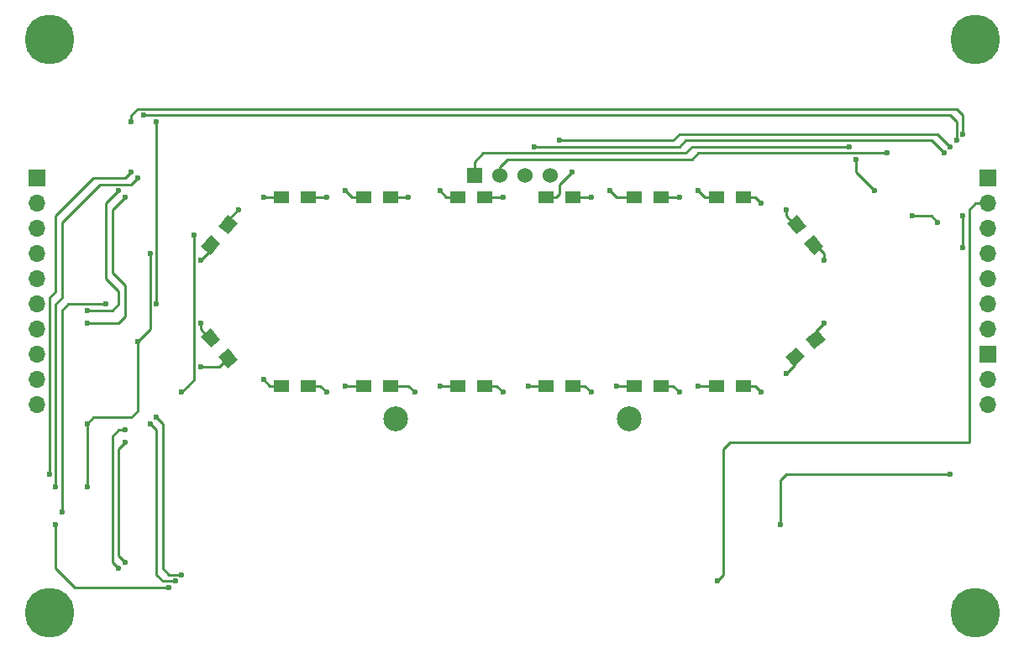
<source format=gtl>
G04 #@! TF.GenerationSoftware,KiCad,Pcbnew,(5.1.8)-1*
G04 #@! TF.CreationDate,2021-01-16T00:36:23+01:00*
G04 #@! TF.ProjectId,8bitWave Faceplate A1,38626974-5761-4766-9520-46616365706c,rev?*
G04 #@! TF.SameCoordinates,Original*
G04 #@! TF.FileFunction,Copper,L1,Top*
G04 #@! TF.FilePolarity,Positive*
%FSLAX46Y46*%
G04 Gerber Fmt 4.6, Leading zero omitted, Abs format (unit mm)*
G04 Created by KiCad (PCBNEW (5.1.8)-1) date 2021-01-16 00:36:23*
%MOMM*%
%LPD*%
G01*
G04 APERTURE LIST*
G04 #@! TA.AperFunction,ComponentPad*
%ADD10O,1.700000X1.700000*%
G04 #@! TD*
G04 #@! TA.AperFunction,ComponentPad*
%ADD11R,1.700000X1.700000*%
G04 #@! TD*
G04 #@! TA.AperFunction,WasherPad*
%ADD12C,2.500000*%
G04 #@! TD*
G04 #@! TA.AperFunction,ComponentPad*
%ADD13R,1.524000X1.524000*%
G04 #@! TD*
G04 #@! TA.AperFunction,ComponentPad*
%ADD14C,1.524000*%
G04 #@! TD*
G04 #@! TA.AperFunction,ComponentPad*
%ADD15C,5.000000*%
G04 #@! TD*
G04 #@! TA.AperFunction,SMDPad,CuDef*
%ADD16R,1.500000X1.300000*%
G04 #@! TD*
G04 #@! TA.AperFunction,SMDPad,CuDef*
%ADD17C,0.100000*%
G04 #@! TD*
G04 #@! TA.AperFunction,ViaPad*
%ADD18C,0.600000*%
G04 #@! TD*
G04 #@! TA.AperFunction,Conductor*
%ADD19C,0.250000*%
G04 #@! TD*
G04 APERTURE END LIST*
D10*
X72390000Y-118110000D03*
X72390000Y-115570000D03*
X72390000Y-113030000D03*
X72390000Y-110490000D03*
X72390000Y-107950000D03*
X72390000Y-105410000D03*
X72390000Y-102870000D03*
X72390000Y-100330000D03*
X72390000Y-97790000D03*
D11*
X72390000Y-95250000D03*
D12*
X132085000Y-119500000D03*
X108585000Y-119500000D03*
D13*
X116525000Y-95000000D03*
D14*
X119065000Y-95000000D03*
X121605000Y-95000000D03*
X124145000Y-95000000D03*
D11*
X168275000Y-95250000D03*
D10*
X168275000Y-97790000D03*
X168275000Y-100330000D03*
X168275000Y-102870000D03*
X168275000Y-105410000D03*
X168275000Y-107950000D03*
X168275000Y-110490000D03*
D15*
X73660000Y-139065000D03*
X167005000Y-139065000D03*
X167005000Y-81280000D03*
X73660000Y-81280000D03*
D11*
X168275000Y-113030000D03*
D10*
X168275000Y-115570000D03*
X168275000Y-118110000D03*
D16*
X140890000Y-116205000D03*
X143590000Y-116205000D03*
X132635000Y-116205000D03*
X135335000Y-116205000D03*
X123745000Y-116205000D03*
X126445000Y-116205000D03*
X114855000Y-116205000D03*
X117555000Y-116205000D03*
X105330000Y-116205000D03*
X108030000Y-116205000D03*
X97075000Y-116205000D03*
X99775000Y-116205000D03*
G04 #@! TA.AperFunction,SMDPad,CuDef*
D17*
G36*
X88957217Y-111204119D02*
G01*
X89953075Y-110368495D01*
X90917257Y-111517561D01*
X89921399Y-112353185D01*
X88957217Y-111204119D01*
G37*
G04 #@! TD.AperFunction*
G04 #@! TA.AperFunction,SMDPad,CuDef*
G36*
X90692743Y-113272439D02*
G01*
X91688601Y-112436815D01*
X92652783Y-113585881D01*
X91656925Y-114421505D01*
X90692743Y-113272439D01*
G37*
G04 #@! TD.AperFunction*
G04 #@! TA.AperFunction,SMDPad,CuDef*
G36*
X91656925Y-98938495D02*
G01*
X92652783Y-99774119D01*
X91688601Y-100923185D01*
X90692743Y-100087561D01*
X91656925Y-98938495D01*
G37*
G04 #@! TD.AperFunction*
G04 #@! TA.AperFunction,SMDPad,CuDef*
G36*
X89921399Y-101006815D02*
G01*
X90917257Y-101842439D01*
X89953075Y-102991505D01*
X88957217Y-102155881D01*
X89921399Y-101006815D01*
G37*
G04 #@! TD.AperFunction*
D16*
X99775000Y-97155000D03*
X97075000Y-97155000D03*
X108030000Y-97155000D03*
X105330000Y-97155000D03*
X117555000Y-97155000D03*
X114855000Y-97155000D03*
X126445000Y-97155000D03*
X123745000Y-97155000D03*
X135335000Y-97155000D03*
X132635000Y-97155000D03*
X143590000Y-97155000D03*
X140890000Y-97155000D03*
G04 #@! TA.AperFunction,SMDPad,CuDef*
D17*
G36*
X151707783Y-102155881D02*
G01*
X150711925Y-102991505D01*
X149747743Y-101842439D01*
X150743601Y-101006815D01*
X151707783Y-102155881D01*
G37*
G04 #@! TD.AperFunction*
G04 #@! TA.AperFunction,SMDPad,CuDef*
G36*
X149972257Y-100087561D02*
G01*
X148976399Y-100923185D01*
X148012217Y-99774119D01*
X149008075Y-98938495D01*
X149972257Y-100087561D01*
G37*
G04 #@! TD.AperFunction*
G04 #@! TA.AperFunction,SMDPad,CuDef*
G36*
X148669119Y-114242783D02*
G01*
X147833495Y-113246925D01*
X148982561Y-112282743D01*
X149818185Y-113278601D01*
X148669119Y-114242783D01*
G37*
G04 #@! TD.AperFunction*
G04 #@! TA.AperFunction,SMDPad,CuDef*
G36*
X150737439Y-112507257D02*
G01*
X149901815Y-111511399D01*
X151050881Y-110547217D01*
X151886505Y-111543075D01*
X150737439Y-112507257D01*
G37*
G04 #@! TD.AperFunction*
D18*
X130810000Y-116205000D03*
X92710000Y-98425000D03*
X101600000Y-97155000D03*
X88900000Y-109855000D03*
X95250000Y-115570000D03*
X109855000Y-97155000D03*
X103505000Y-116205000D03*
X113030000Y-116205000D03*
X121920000Y-116205000D03*
X119380000Y-97155000D03*
X128270000Y-97155000D03*
X137160000Y-97155000D03*
X147955000Y-114935000D03*
X145415000Y-97790000D03*
X151765000Y-103505000D03*
X139065000Y-116205000D03*
X164465000Y-92075000D03*
X125095000Y-91440000D03*
X163830000Y-92710000D03*
X122555000Y-92075000D03*
X160655000Y-99060000D03*
X163195000Y-99695000D03*
X85725000Y-136525000D03*
X164465000Y-125095000D03*
X74295000Y-130175000D03*
X77470000Y-126365000D03*
X77470000Y-120015000D03*
X82550000Y-111760000D03*
X83820000Y-102870000D03*
X147320000Y-130175000D03*
X145415000Y-116840000D03*
X137160000Y-116840000D03*
X86360000Y-135890000D03*
X83820000Y-120015000D03*
X140970000Y-135890000D03*
X165100000Y-91440000D03*
X74295000Y-126365000D03*
X83185000Y-88900000D03*
X82550000Y-95250000D03*
X165735000Y-99060000D03*
X165735000Y-90805000D03*
X165735000Y-102235000D03*
X81915000Y-89535000D03*
X73660000Y-125095000D03*
X81915000Y-94615000D03*
X86995000Y-135255000D03*
X84455000Y-119380000D03*
X80645000Y-134620000D03*
X81280000Y-120650000D03*
X128270000Y-116840000D03*
X119380000Y-116840000D03*
X110490000Y-116840000D03*
X101600000Y-116840000D03*
X88900000Y-114300000D03*
X88900000Y-103505000D03*
X81280000Y-133985000D03*
X81280000Y-121920000D03*
X88265000Y-100965000D03*
X86995000Y-116840000D03*
X74930000Y-128905000D03*
X79375000Y-107950000D03*
X95250000Y-97155000D03*
X103505000Y-96520000D03*
X113030000Y-96520000D03*
X126365000Y-94615000D03*
X130175000Y-96520000D03*
X139065000Y-96520000D03*
X147955000Y-98425000D03*
X151765000Y-109855000D03*
X84455000Y-107950000D03*
X84455000Y-89535000D03*
X77470000Y-109855000D03*
X81280000Y-97155000D03*
X77470000Y-108585000D03*
X80645000Y-96520000D03*
X156845000Y-96520000D03*
X154940000Y-93345000D03*
X154305000Y-92075000D03*
X158115000Y-92710000D03*
D19*
X132635000Y-116205000D02*
X130810000Y-116205000D01*
X91672763Y-99930840D02*
X91672763Y-99462237D01*
X91672763Y-99462237D02*
X92710000Y-98425000D01*
X99775000Y-97155000D02*
X101600000Y-97155000D01*
X89937237Y-111360840D02*
X89770840Y-111360840D01*
X89770840Y-111360840D02*
X88900000Y-110490000D01*
X88900000Y-110490000D02*
X88900000Y-109855000D01*
X97075000Y-116205000D02*
X95885000Y-116205000D01*
X95885000Y-116205000D02*
X95250000Y-115570000D01*
X108030000Y-97155000D02*
X109855000Y-97155000D01*
X105330000Y-116205000D02*
X103505000Y-116205000D01*
X114855000Y-116205000D02*
X113030000Y-116205000D01*
X123745000Y-116205000D02*
X121920000Y-116205000D01*
X117555000Y-97155000D02*
X119380000Y-97155000D01*
X126445000Y-97155000D02*
X128270000Y-97155000D01*
X135335000Y-97155000D02*
X137160000Y-97155000D01*
X148825840Y-113262763D02*
X148825840Y-114064160D01*
X148825840Y-114064160D02*
X147955000Y-114935000D01*
X143590000Y-97155000D02*
X144780000Y-97155000D01*
X144780000Y-97155000D02*
X145415000Y-97790000D01*
X150727763Y-101999160D02*
X150894160Y-101999160D01*
X150894160Y-101999160D02*
X151765000Y-102870000D01*
X151765000Y-102870000D02*
X151765000Y-103505000D01*
X140890000Y-116205000D02*
X139065000Y-116205000D01*
X136525000Y-91440000D02*
X125095000Y-91440000D01*
X137160000Y-90805000D02*
X136525000Y-91440000D01*
X164465000Y-92075000D02*
X163195000Y-90805000D01*
X163195000Y-90805000D02*
X137160000Y-90805000D01*
X162560000Y-91440000D02*
X163830000Y-92710000D01*
X137795000Y-91440000D02*
X162560000Y-91440000D01*
X122555000Y-92075000D02*
X137160000Y-92075000D01*
X137160000Y-92075000D02*
X137795000Y-91440000D01*
X160655000Y-99060000D02*
X162560000Y-99060000D01*
X162560000Y-99060000D02*
X163195000Y-99695000D01*
X164465000Y-125095000D02*
X160655000Y-125095000D01*
X80010000Y-136525000D02*
X85725000Y-136525000D01*
X74295000Y-130175000D02*
X74295000Y-134620000D01*
X76200000Y-136525000D02*
X80010000Y-136525000D01*
X74295000Y-134620000D02*
X76200000Y-136525000D01*
X77470000Y-126365000D02*
X77470000Y-120015000D01*
X77470000Y-120015000D02*
X78105000Y-119380000D01*
X78105000Y-119380000D02*
X81915000Y-119380000D01*
X81915000Y-119380000D02*
X82550000Y-118745000D01*
X82550000Y-118745000D02*
X82550000Y-111760000D01*
X82550000Y-111760000D02*
X83820000Y-110490000D01*
X83820000Y-110490000D02*
X83820000Y-102870000D01*
X147320000Y-130175000D02*
X147320000Y-125730000D01*
X147955000Y-125095000D02*
X160655000Y-125095000D01*
X147320000Y-125730000D02*
X147955000Y-125095000D01*
X143590000Y-116205000D02*
X144780000Y-116205000D01*
X144780000Y-116205000D02*
X145415000Y-116840000D01*
X135335000Y-116205000D02*
X136525000Y-116205000D01*
X136525000Y-116205000D02*
X137160000Y-116840000D01*
X166370000Y-98425000D02*
X167005000Y-97790000D01*
X166370000Y-121920000D02*
X166370000Y-98425000D01*
X160020000Y-121920000D02*
X166370000Y-121920000D01*
X167005000Y-97790000D02*
X168275000Y-97790000D01*
X83820000Y-120015000D02*
X84455000Y-120650000D01*
X84455000Y-120650000D02*
X84455000Y-135255000D01*
X84455000Y-135255000D02*
X85090000Y-135890000D01*
X86360000Y-135890000D02*
X85090000Y-135890000D01*
X160020000Y-121920000D02*
X142240000Y-121920000D01*
X142240000Y-121920000D02*
X141605000Y-122555000D01*
X141605000Y-122555000D02*
X141605000Y-135255000D01*
X141605000Y-135255000D02*
X140970000Y-135890000D01*
X163830000Y-88900000D02*
X164465000Y-88900000D01*
X164465000Y-88900000D02*
X165100000Y-89535000D01*
X165100000Y-89535000D02*
X165100000Y-91440000D01*
X83820000Y-88900000D02*
X163830000Y-88900000D01*
X83185000Y-88900000D02*
X83820000Y-88900000D01*
X82550000Y-95250000D02*
X81915000Y-95885000D01*
X74295000Y-126365000D02*
X74295000Y-107950000D01*
X74295000Y-107950000D02*
X74930000Y-107315000D01*
X74930000Y-107315000D02*
X74930000Y-99695000D01*
X74930000Y-99695000D02*
X78740000Y-95885000D01*
X81915000Y-95885000D02*
X78740000Y-95885000D01*
X164465000Y-88265000D02*
X165100000Y-88265000D01*
X165100000Y-88265000D02*
X165735000Y-88900000D01*
X165735000Y-88900000D02*
X165735000Y-90805000D01*
X164465000Y-88265000D02*
X136525000Y-88265000D01*
X83185000Y-88265000D02*
X136525000Y-88265000D01*
X165735000Y-99060000D02*
X165735000Y-102235000D01*
X83185000Y-88265000D02*
X82550000Y-88265000D01*
X82550000Y-88265000D02*
X81915000Y-88900000D01*
X81915000Y-88900000D02*
X81915000Y-89535000D01*
X73660000Y-125095000D02*
X73660000Y-107315000D01*
X73660000Y-107315000D02*
X74295000Y-106680000D01*
X74295000Y-106680000D02*
X74295000Y-99060000D01*
X74295000Y-99060000D02*
X78105000Y-95250000D01*
X78105000Y-95250000D02*
X81280000Y-95250000D01*
X81280000Y-95250000D02*
X81915000Y-94615000D01*
X85725000Y-135255000D02*
X85090000Y-134620000D01*
X86995000Y-135255000D02*
X85725000Y-135255000D01*
X85090000Y-134620000D02*
X85090000Y-120015000D01*
X85090000Y-120015000D02*
X84455000Y-119380000D01*
X80645000Y-120650000D02*
X80010000Y-121285000D01*
X80010000Y-133985000D02*
X80010000Y-121285000D01*
X80010000Y-133985000D02*
X80645000Y-134620000D01*
X80645000Y-120650000D02*
X81280000Y-120650000D01*
X126445000Y-116205000D02*
X127635000Y-116205000D01*
X127635000Y-116205000D02*
X128270000Y-116840000D01*
X117555000Y-116205000D02*
X118745000Y-116205000D01*
X118745000Y-116205000D02*
X119380000Y-116840000D01*
X108030000Y-116205000D02*
X109855000Y-116205000D01*
X109855000Y-116205000D02*
X110490000Y-116840000D01*
X99775000Y-116205000D02*
X100965000Y-116205000D01*
X100965000Y-116205000D02*
X101600000Y-116840000D01*
X88900000Y-114300000D02*
X90805000Y-114300000D01*
X90805000Y-114296923D02*
X91672763Y-113429160D01*
X90805000Y-114300000D02*
X90805000Y-114296923D01*
X89937237Y-102467763D02*
X88900000Y-103505000D01*
X89937237Y-101999160D02*
X89937237Y-102467763D01*
X81280000Y-121920000D02*
X80645000Y-122555000D01*
X80645000Y-133350000D02*
X81280000Y-133985000D01*
X80645000Y-122555000D02*
X80645000Y-133350000D01*
X88265000Y-100965000D02*
X88265000Y-115570000D01*
X88265000Y-115570000D02*
X87630000Y-116205000D01*
X87630000Y-116205000D02*
X86995000Y-116840000D01*
X74930000Y-128905000D02*
X74930000Y-108585000D01*
X74930000Y-108585000D02*
X75565000Y-107950000D01*
X75565000Y-107950000D02*
X79375000Y-107950000D01*
X97075000Y-97155000D02*
X95250000Y-97155000D01*
X105330000Y-97155000D02*
X104140000Y-97155000D01*
X104140000Y-97155000D02*
X103505000Y-96520000D01*
X114855000Y-97155000D02*
X113665000Y-97155000D01*
X113665000Y-97155000D02*
X113030000Y-96520000D01*
X124745000Y-97155000D02*
X125095000Y-96805000D01*
X123745000Y-97155000D02*
X124745000Y-97155000D01*
X125095000Y-96805000D02*
X125095000Y-95885000D01*
X125095000Y-95885000D02*
X126365000Y-94615000D01*
X132635000Y-97155000D02*
X130810000Y-97155000D01*
X130810000Y-97155000D02*
X130175000Y-96520000D01*
X140890000Y-97155000D02*
X139700000Y-97155000D01*
X139700000Y-97155000D02*
X139065000Y-96520000D01*
X148992237Y-99930840D02*
X148825840Y-99930840D01*
X148825840Y-99930840D02*
X147955000Y-99060000D01*
X147955000Y-99060000D02*
X147955000Y-98425000D01*
X150894160Y-111527237D02*
X150894160Y-110725840D01*
X150894160Y-110725840D02*
X151765000Y-109855000D01*
X84455000Y-107950000D02*
X84455000Y-89535000D01*
X77470000Y-109855000D02*
X80645000Y-109855000D01*
X81280000Y-109220000D02*
X80645000Y-109855000D01*
X81280000Y-97155000D02*
X80010000Y-98425000D01*
X80010000Y-98425000D02*
X80010000Y-104775000D01*
X80010000Y-104775000D02*
X81280000Y-106045000D01*
X81280000Y-109220000D02*
X81280000Y-106045000D01*
X80010000Y-108585000D02*
X80645000Y-107950000D01*
X79375000Y-97790000D02*
X80645000Y-96520000D01*
X80645000Y-106680000D02*
X79375000Y-105410000D01*
X77470000Y-108585000D02*
X80010000Y-108585000D01*
X80645000Y-107950000D02*
X80645000Y-106680000D01*
X79375000Y-105410000D02*
X79375000Y-97790000D01*
X156845000Y-96520000D02*
X154940000Y-94615000D01*
X154940000Y-94615000D02*
X154940000Y-93345000D01*
X137795000Y-92710000D02*
X117418000Y-92710000D01*
X117418000Y-92710000D02*
X116525000Y-93603000D01*
X154305000Y-92075000D02*
X138430000Y-92075000D01*
X116525000Y-93603000D02*
X116525000Y-94615000D01*
X138430000Y-92075000D02*
X137795000Y-92710000D01*
X138430000Y-93345000D02*
X139065000Y-92710000D01*
X119857500Y-93345000D02*
X138430000Y-93345000D01*
X119065000Y-94615000D02*
X119065000Y-94137500D01*
X119065000Y-94137500D02*
X119857500Y-93345000D01*
X158115000Y-92710000D02*
X139065000Y-92710000D01*
M02*

</source>
